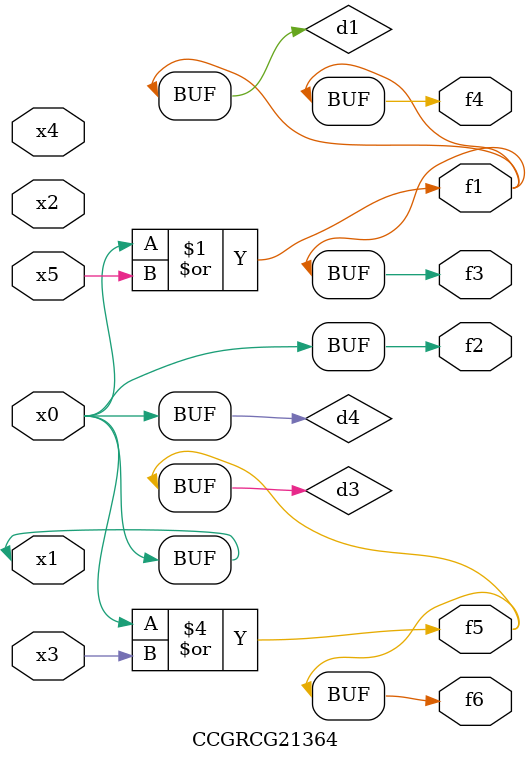
<source format=v>
module CCGRCG21364(
	input x0, x1, x2, x3, x4, x5,
	output f1, f2, f3, f4, f5, f6
);

	wire d1, d2, d3, d4;

	or (d1, x0, x5);
	xnor (d2, x1, x4);
	or (d3, x0, x3);
	buf (d4, x0, x1);
	assign f1 = d1;
	assign f2 = d4;
	assign f3 = d1;
	assign f4 = d1;
	assign f5 = d3;
	assign f6 = d3;
endmodule

</source>
